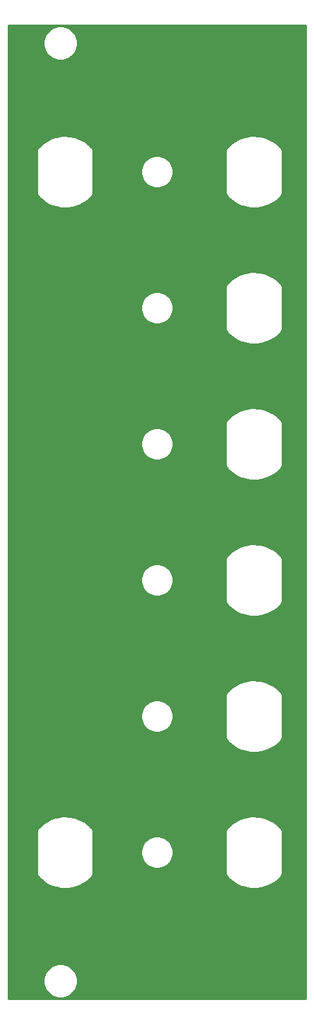
<source format=gbr>
G04 #@! TF.GenerationSoftware,KiCad,Pcbnew,(5.1.9)-1*
G04 #@! TF.CreationDate,2021-04-27T02:11:01+02:00*
G04 #@! TF.ProjectId,Clock Divider Front,436c6f63-6b20-4446-9976-696465722046,rev?*
G04 #@! TF.SameCoordinates,Original*
G04 #@! TF.FileFunction,Copper,L1,Top*
G04 #@! TF.FilePolarity,Positive*
%FSLAX46Y46*%
G04 Gerber Fmt 4.6, Leading zero omitted, Abs format (unit mm)*
G04 Created by KiCad (PCBNEW (5.1.9)-1) date 2021-04-27 02:11:01*
%MOMM*%
%LPD*%
G01*
G04 APERTURE LIST*
G04 #@! TA.AperFunction,NonConductor*
%ADD10C,0.254000*%
G04 #@! TD*
G04 #@! TA.AperFunction,NonConductor*
%ADD11C,0.100000*%
G04 #@! TD*
G04 APERTURE END LIST*
D10*
X39615001Y-127815000D02*
X685000Y-127815000D01*
X685000Y-125279872D01*
X5265000Y-125279872D01*
X5265000Y-125720128D01*
X5350890Y-126151925D01*
X5519369Y-126558669D01*
X5763962Y-126924729D01*
X6075271Y-127236038D01*
X6441331Y-127480631D01*
X6848075Y-127649110D01*
X7279872Y-127735000D01*
X7720128Y-127735000D01*
X8151925Y-127649110D01*
X8558669Y-127480631D01*
X8924729Y-127236038D01*
X9236038Y-126924729D01*
X9480631Y-126558669D01*
X9649110Y-126151925D01*
X9735000Y-125720128D01*
X9735000Y-125279872D01*
X9649110Y-124848075D01*
X9480631Y-124441331D01*
X9236038Y-124075271D01*
X8924729Y-123763962D01*
X8558669Y-123519369D01*
X8151925Y-123350890D01*
X7720128Y-123265000D01*
X7279872Y-123265000D01*
X6848075Y-123350890D01*
X6441331Y-123519369D01*
X6075271Y-123763962D01*
X5763962Y-124075271D01*
X5519369Y-124441331D01*
X5350890Y-124848075D01*
X5265000Y-125279872D01*
X685000Y-125279872D01*
X685000Y-111473628D01*
X4400000Y-111473628D01*
X4409912Y-111574264D01*
X4449081Y-111703387D01*
X4512688Y-111822388D01*
X4598289Y-111926692D01*
X4625351Y-111948902D01*
X4883356Y-112205110D01*
X4918527Y-112233795D01*
X4951820Y-112264631D01*
X4959477Y-112270361D01*
X5597663Y-112740982D01*
X5651005Y-112772788D01*
X5703864Y-112805315D01*
X5712486Y-112809446D01*
X5712490Y-112809449D01*
X5712495Y-112809451D01*
X6429932Y-113147148D01*
X6488366Y-113167963D01*
X6546606Y-113189629D01*
X6555869Y-113192008D01*
X7325241Y-113383924D01*
X7386649Y-113392999D01*
X7447945Y-113402933D01*
X7457494Y-113403469D01*
X8249490Y-113442291D01*
X8311512Y-113439264D01*
X8373548Y-113437104D01*
X8383019Y-113435775D01*
X9167474Y-113320025D01*
X9227716Y-113305012D01*
X9288162Y-113290841D01*
X9297194Y-113287697D01*
X10044225Y-113021784D01*
X10100420Y-112995348D01*
X10156947Y-112969714D01*
X10165197Y-112964875D01*
X10846351Y-112558927D01*
X10896345Y-112522077D01*
X10946811Y-112485955D01*
X10953964Y-112479606D01*
X11531662Y-111959560D01*
X11571710Y-111926693D01*
X11657312Y-111822389D01*
X11720919Y-111703388D01*
X11760088Y-111574265D01*
X11770000Y-111473629D01*
X11770000Y-111473628D01*
X29165000Y-111473628D01*
X29174912Y-111574264D01*
X29214081Y-111703387D01*
X29277688Y-111822388D01*
X29363289Y-111926692D01*
X29390351Y-111948902D01*
X29648356Y-112205110D01*
X29683527Y-112233795D01*
X29716820Y-112264631D01*
X29724477Y-112270361D01*
X30362663Y-112740982D01*
X30416005Y-112772788D01*
X30468864Y-112805315D01*
X30477486Y-112809446D01*
X30477490Y-112809449D01*
X30477495Y-112809451D01*
X31194932Y-113147148D01*
X31253366Y-113167963D01*
X31311606Y-113189629D01*
X31320869Y-113192008D01*
X32090241Y-113383924D01*
X32151649Y-113392999D01*
X32212945Y-113402933D01*
X32222494Y-113403469D01*
X33014490Y-113442291D01*
X33076512Y-113439264D01*
X33138548Y-113437104D01*
X33148019Y-113435775D01*
X33932474Y-113320025D01*
X33992716Y-113305012D01*
X34053162Y-113290841D01*
X34062194Y-113287697D01*
X34809225Y-113021784D01*
X34865420Y-112995348D01*
X34921947Y-112969714D01*
X34930197Y-112964875D01*
X35611351Y-112558927D01*
X35661345Y-112522077D01*
X35711811Y-112485955D01*
X35718964Y-112479606D01*
X36296662Y-111959560D01*
X36336710Y-111926693D01*
X36422312Y-111822389D01*
X36485919Y-111703388D01*
X36525088Y-111574265D01*
X36535000Y-111473629D01*
X36535000Y-105926371D01*
X36525088Y-105825735D01*
X36485919Y-105696612D01*
X36422312Y-105577611D01*
X36336711Y-105473307D01*
X36309640Y-105451090D01*
X36051644Y-105194889D01*
X36016470Y-105166202D01*
X35983181Y-105135369D01*
X35975523Y-105129639D01*
X35337337Y-104659019D01*
X35284037Y-104627238D01*
X35231137Y-104594686D01*
X35222512Y-104590552D01*
X34505068Y-104252852D01*
X34446623Y-104232034D01*
X34388394Y-104210371D01*
X34379131Y-104207992D01*
X33609759Y-104016076D01*
X33548351Y-104007001D01*
X33487055Y-103997067D01*
X33477506Y-103996531D01*
X32685510Y-103957709D01*
X32623488Y-103960736D01*
X32561452Y-103962896D01*
X32551981Y-103964225D01*
X31767527Y-104079975D01*
X31707293Y-104094986D01*
X31646838Y-104109159D01*
X31637806Y-104112303D01*
X30890775Y-104378216D01*
X30834580Y-104404652D01*
X30778053Y-104430286D01*
X30769803Y-104435125D01*
X30088649Y-104841073D01*
X30038677Y-104877907D01*
X29988189Y-104914045D01*
X29981036Y-104920394D01*
X29403338Y-105440440D01*
X29363290Y-105473307D01*
X29277689Y-105577611D01*
X29214082Y-105696612D01*
X29174913Y-105825735D01*
X29165001Y-105926371D01*
X29165000Y-111473628D01*
X11770000Y-111473628D01*
X11770000Y-108489721D01*
X18015000Y-108489721D01*
X18015000Y-108910279D01*
X18097047Y-109322756D01*
X18257988Y-109711302D01*
X18491637Y-110060983D01*
X18789017Y-110358363D01*
X19138698Y-110592012D01*
X19527244Y-110752953D01*
X19939721Y-110835000D01*
X20360279Y-110835000D01*
X20772756Y-110752953D01*
X21161302Y-110592012D01*
X21510983Y-110358363D01*
X21808363Y-110060983D01*
X22042012Y-109711302D01*
X22202953Y-109322756D01*
X22285000Y-108910279D01*
X22285000Y-108489721D01*
X22202953Y-108077244D01*
X22042012Y-107688698D01*
X21808363Y-107339017D01*
X21510983Y-107041637D01*
X21161302Y-106807988D01*
X20772756Y-106647047D01*
X20360279Y-106565000D01*
X19939721Y-106565000D01*
X19527244Y-106647047D01*
X19138698Y-106807988D01*
X18789017Y-107041637D01*
X18491637Y-107339017D01*
X18257988Y-107688698D01*
X18097047Y-108077244D01*
X18015000Y-108489721D01*
X11770000Y-108489721D01*
X11770000Y-105926371D01*
X11760088Y-105825735D01*
X11720919Y-105696612D01*
X11657312Y-105577611D01*
X11571711Y-105473307D01*
X11544640Y-105451090D01*
X11286644Y-105194889D01*
X11251470Y-105166202D01*
X11218181Y-105135369D01*
X11210523Y-105129639D01*
X10572337Y-104659019D01*
X10519037Y-104627238D01*
X10466137Y-104594686D01*
X10457512Y-104590552D01*
X9740068Y-104252852D01*
X9681623Y-104232034D01*
X9623394Y-104210371D01*
X9614131Y-104207992D01*
X8844759Y-104016076D01*
X8783351Y-104007001D01*
X8722055Y-103997067D01*
X8712506Y-103996531D01*
X7920510Y-103957709D01*
X7858488Y-103960736D01*
X7796452Y-103962896D01*
X7786981Y-103964225D01*
X7002527Y-104079975D01*
X6942293Y-104094986D01*
X6881838Y-104109159D01*
X6872806Y-104112303D01*
X6125775Y-104378216D01*
X6069580Y-104404652D01*
X6013053Y-104430286D01*
X6004803Y-104435125D01*
X5323649Y-104841073D01*
X5273677Y-104877907D01*
X5223189Y-104914045D01*
X5216036Y-104920394D01*
X4638338Y-105440440D01*
X4598290Y-105473307D01*
X4512689Y-105577611D01*
X4449082Y-105696612D01*
X4409913Y-105825735D01*
X4400001Y-105926371D01*
X4400000Y-111473628D01*
X685000Y-111473628D01*
X685000Y-93693628D01*
X29165000Y-93693628D01*
X29174912Y-93794264D01*
X29214081Y-93923387D01*
X29277688Y-94042388D01*
X29363289Y-94146692D01*
X29390351Y-94168902D01*
X29648356Y-94425110D01*
X29683527Y-94453795D01*
X29716820Y-94484631D01*
X29724477Y-94490361D01*
X30362663Y-94960982D01*
X30416005Y-94992788D01*
X30468864Y-95025315D01*
X30477486Y-95029446D01*
X30477490Y-95029449D01*
X30477495Y-95029451D01*
X31194932Y-95367148D01*
X31253366Y-95387963D01*
X31311606Y-95409629D01*
X31320869Y-95412008D01*
X32090241Y-95603924D01*
X32151649Y-95612999D01*
X32212945Y-95622933D01*
X32222494Y-95623469D01*
X33014490Y-95662291D01*
X33076512Y-95659264D01*
X33138548Y-95657104D01*
X33148019Y-95655775D01*
X33932474Y-95540025D01*
X33992716Y-95525012D01*
X34053162Y-95510841D01*
X34062194Y-95507697D01*
X34809225Y-95241784D01*
X34865420Y-95215348D01*
X34921947Y-95189714D01*
X34930197Y-95184875D01*
X35611351Y-94778927D01*
X35661345Y-94742077D01*
X35711811Y-94705955D01*
X35718964Y-94699606D01*
X36296662Y-94179560D01*
X36336710Y-94146693D01*
X36422312Y-94042389D01*
X36485919Y-93923388D01*
X36525088Y-93794265D01*
X36535000Y-93693629D01*
X36535000Y-88146371D01*
X36525088Y-88045735D01*
X36485919Y-87916612D01*
X36422312Y-87797611D01*
X36336711Y-87693307D01*
X36309640Y-87671090D01*
X36051644Y-87414889D01*
X36016470Y-87386202D01*
X35983181Y-87355369D01*
X35975523Y-87349639D01*
X35337337Y-86879019D01*
X35284037Y-86847238D01*
X35231137Y-86814686D01*
X35222512Y-86810552D01*
X34505068Y-86472852D01*
X34446623Y-86452034D01*
X34388394Y-86430371D01*
X34379131Y-86427992D01*
X33609759Y-86236076D01*
X33548351Y-86227001D01*
X33487055Y-86217067D01*
X33477506Y-86216531D01*
X32685510Y-86177709D01*
X32623488Y-86180736D01*
X32561452Y-86182896D01*
X32551981Y-86184225D01*
X31767527Y-86299975D01*
X31707293Y-86314986D01*
X31646838Y-86329159D01*
X31637806Y-86332303D01*
X30890775Y-86598216D01*
X30834580Y-86624652D01*
X30778053Y-86650286D01*
X30769803Y-86655125D01*
X30088649Y-87061073D01*
X30038677Y-87097907D01*
X29988189Y-87134045D01*
X29981036Y-87140394D01*
X29403338Y-87660440D01*
X29363290Y-87693307D01*
X29277689Y-87797611D01*
X29214082Y-87916612D01*
X29174913Y-88045735D01*
X29165001Y-88146371D01*
X29165000Y-93693628D01*
X685000Y-93693628D01*
X685000Y-90709721D01*
X18015000Y-90709721D01*
X18015000Y-91130279D01*
X18097047Y-91542756D01*
X18257988Y-91931302D01*
X18491637Y-92280983D01*
X18789017Y-92578363D01*
X19138698Y-92812012D01*
X19527244Y-92972953D01*
X19939721Y-93055000D01*
X20360279Y-93055000D01*
X20772756Y-92972953D01*
X21161302Y-92812012D01*
X21510983Y-92578363D01*
X21808363Y-92280983D01*
X22042012Y-91931302D01*
X22202953Y-91542756D01*
X22285000Y-91130279D01*
X22285000Y-90709721D01*
X22202953Y-90297244D01*
X22042012Y-89908698D01*
X21808363Y-89559017D01*
X21510983Y-89261637D01*
X21161302Y-89027988D01*
X20772756Y-88867047D01*
X20360279Y-88785000D01*
X19939721Y-88785000D01*
X19527244Y-88867047D01*
X19138698Y-89027988D01*
X18789017Y-89261637D01*
X18491637Y-89559017D01*
X18257988Y-89908698D01*
X18097047Y-90297244D01*
X18015000Y-90709721D01*
X685000Y-90709721D01*
X685000Y-75913628D01*
X29165000Y-75913628D01*
X29174912Y-76014264D01*
X29214081Y-76143387D01*
X29277688Y-76262388D01*
X29363289Y-76366692D01*
X29390351Y-76388902D01*
X29648356Y-76645110D01*
X29683527Y-76673795D01*
X29716820Y-76704631D01*
X29724477Y-76710361D01*
X30362663Y-77180982D01*
X30416005Y-77212788D01*
X30468864Y-77245315D01*
X30477486Y-77249446D01*
X30477490Y-77249449D01*
X30477495Y-77249451D01*
X31194932Y-77587148D01*
X31253366Y-77607963D01*
X31311606Y-77629629D01*
X31320869Y-77632008D01*
X32090241Y-77823924D01*
X32151649Y-77832999D01*
X32212945Y-77842933D01*
X32222494Y-77843469D01*
X33014490Y-77882291D01*
X33076512Y-77879264D01*
X33138548Y-77877104D01*
X33148019Y-77875775D01*
X33932474Y-77760025D01*
X33992716Y-77745012D01*
X34053162Y-77730841D01*
X34062194Y-77727697D01*
X34809225Y-77461784D01*
X34865420Y-77435348D01*
X34921947Y-77409714D01*
X34930197Y-77404875D01*
X35611351Y-76998927D01*
X35661345Y-76962077D01*
X35711811Y-76925955D01*
X35718964Y-76919606D01*
X36296662Y-76399560D01*
X36336710Y-76366693D01*
X36422312Y-76262389D01*
X36485919Y-76143388D01*
X36525088Y-76014265D01*
X36535000Y-75913629D01*
X36535000Y-70366371D01*
X36525088Y-70265735D01*
X36485919Y-70136612D01*
X36422312Y-70017611D01*
X36336711Y-69913307D01*
X36309640Y-69891090D01*
X36051644Y-69634889D01*
X36016470Y-69606202D01*
X35983181Y-69575369D01*
X35975523Y-69569639D01*
X35337337Y-69099019D01*
X35284037Y-69067238D01*
X35231137Y-69034686D01*
X35222512Y-69030552D01*
X34505068Y-68692852D01*
X34446623Y-68672034D01*
X34388394Y-68650371D01*
X34379131Y-68647992D01*
X33609759Y-68456076D01*
X33548351Y-68447001D01*
X33487055Y-68437067D01*
X33477506Y-68436531D01*
X32685510Y-68397709D01*
X32623488Y-68400736D01*
X32561452Y-68402896D01*
X32551981Y-68404225D01*
X31767527Y-68519975D01*
X31707293Y-68534986D01*
X31646838Y-68549159D01*
X31637806Y-68552303D01*
X30890775Y-68818216D01*
X30834580Y-68844652D01*
X30778053Y-68870286D01*
X30769803Y-68875125D01*
X30088649Y-69281073D01*
X30038677Y-69317907D01*
X29988189Y-69354045D01*
X29981036Y-69360394D01*
X29403338Y-69880440D01*
X29363290Y-69913307D01*
X29277689Y-70017611D01*
X29214082Y-70136612D01*
X29174913Y-70265735D01*
X29165001Y-70366371D01*
X29165000Y-75913628D01*
X685000Y-75913628D01*
X685000Y-72929721D01*
X18015000Y-72929721D01*
X18015000Y-73350279D01*
X18097047Y-73762756D01*
X18257988Y-74151302D01*
X18491637Y-74500983D01*
X18789017Y-74798363D01*
X19138698Y-75032012D01*
X19527244Y-75192953D01*
X19939721Y-75275000D01*
X20360279Y-75275000D01*
X20772756Y-75192953D01*
X21161302Y-75032012D01*
X21510983Y-74798363D01*
X21808363Y-74500983D01*
X22042012Y-74151302D01*
X22202953Y-73762756D01*
X22285000Y-73350279D01*
X22285000Y-72929721D01*
X22202953Y-72517244D01*
X22042012Y-72128698D01*
X21808363Y-71779017D01*
X21510983Y-71481637D01*
X21161302Y-71247988D01*
X20772756Y-71087047D01*
X20360279Y-71005000D01*
X19939721Y-71005000D01*
X19527244Y-71087047D01*
X19138698Y-71247988D01*
X18789017Y-71481637D01*
X18491637Y-71779017D01*
X18257988Y-72128698D01*
X18097047Y-72517244D01*
X18015000Y-72929721D01*
X685000Y-72929721D01*
X685000Y-58133628D01*
X29165000Y-58133628D01*
X29174912Y-58234264D01*
X29214081Y-58363387D01*
X29277688Y-58482388D01*
X29363289Y-58586692D01*
X29390351Y-58608902D01*
X29648356Y-58865110D01*
X29683527Y-58893795D01*
X29716820Y-58924631D01*
X29724477Y-58930361D01*
X30362663Y-59400982D01*
X30416005Y-59432788D01*
X30468864Y-59465315D01*
X30477486Y-59469446D01*
X30477490Y-59469449D01*
X30477495Y-59469451D01*
X31194932Y-59807148D01*
X31253366Y-59827963D01*
X31311606Y-59849629D01*
X31320869Y-59852008D01*
X32090241Y-60043924D01*
X32151649Y-60052999D01*
X32212945Y-60062933D01*
X32222494Y-60063469D01*
X33014490Y-60102291D01*
X33076512Y-60099264D01*
X33138548Y-60097104D01*
X33148019Y-60095775D01*
X33932474Y-59980025D01*
X33992716Y-59965012D01*
X34053162Y-59950841D01*
X34062194Y-59947697D01*
X34809225Y-59681784D01*
X34865420Y-59655348D01*
X34921947Y-59629714D01*
X34930197Y-59624875D01*
X35611351Y-59218927D01*
X35661345Y-59182077D01*
X35711811Y-59145955D01*
X35718964Y-59139606D01*
X36296662Y-58619560D01*
X36336710Y-58586693D01*
X36422312Y-58482389D01*
X36485919Y-58363388D01*
X36525088Y-58234265D01*
X36535000Y-58133629D01*
X36535000Y-52586371D01*
X36525088Y-52485735D01*
X36485919Y-52356612D01*
X36422312Y-52237611D01*
X36336711Y-52133307D01*
X36309640Y-52111090D01*
X36051644Y-51854889D01*
X36016470Y-51826202D01*
X35983181Y-51795369D01*
X35975523Y-51789639D01*
X35337337Y-51319019D01*
X35284037Y-51287238D01*
X35231137Y-51254686D01*
X35222512Y-51250552D01*
X34505068Y-50912852D01*
X34446623Y-50892034D01*
X34388394Y-50870371D01*
X34379131Y-50867992D01*
X33609759Y-50676076D01*
X33548351Y-50667001D01*
X33487055Y-50657067D01*
X33477506Y-50656531D01*
X32685510Y-50617709D01*
X32623488Y-50620736D01*
X32561452Y-50622896D01*
X32551981Y-50624225D01*
X31767527Y-50739975D01*
X31707293Y-50754986D01*
X31646838Y-50769159D01*
X31637806Y-50772303D01*
X30890775Y-51038216D01*
X30834580Y-51064652D01*
X30778053Y-51090286D01*
X30769803Y-51095125D01*
X30088649Y-51501073D01*
X30038677Y-51537907D01*
X29988189Y-51574045D01*
X29981036Y-51580394D01*
X29403338Y-52100440D01*
X29363290Y-52133307D01*
X29277689Y-52237611D01*
X29214082Y-52356612D01*
X29174913Y-52485735D01*
X29165001Y-52586371D01*
X29165000Y-58133628D01*
X685000Y-58133628D01*
X685000Y-55149721D01*
X18015000Y-55149721D01*
X18015000Y-55570279D01*
X18097047Y-55982756D01*
X18257988Y-56371302D01*
X18491637Y-56720983D01*
X18789017Y-57018363D01*
X19138698Y-57252012D01*
X19527244Y-57412953D01*
X19939721Y-57495000D01*
X20360279Y-57495000D01*
X20772756Y-57412953D01*
X21161302Y-57252012D01*
X21510983Y-57018363D01*
X21808363Y-56720983D01*
X22042012Y-56371302D01*
X22202953Y-55982756D01*
X22285000Y-55570279D01*
X22285000Y-55149721D01*
X22202953Y-54737244D01*
X22042012Y-54348698D01*
X21808363Y-53999017D01*
X21510983Y-53701637D01*
X21161302Y-53467988D01*
X20772756Y-53307047D01*
X20360279Y-53225000D01*
X19939721Y-53225000D01*
X19527244Y-53307047D01*
X19138698Y-53467988D01*
X18789017Y-53701637D01*
X18491637Y-53999017D01*
X18257988Y-54348698D01*
X18097047Y-54737244D01*
X18015000Y-55149721D01*
X685000Y-55149721D01*
X685000Y-40353628D01*
X29165000Y-40353628D01*
X29174912Y-40454264D01*
X29214081Y-40583387D01*
X29277688Y-40702388D01*
X29363289Y-40806692D01*
X29390351Y-40828902D01*
X29648356Y-41085110D01*
X29683527Y-41113795D01*
X29716820Y-41144631D01*
X29724477Y-41150361D01*
X30362663Y-41620982D01*
X30416005Y-41652788D01*
X30468864Y-41685315D01*
X30477486Y-41689446D01*
X30477490Y-41689449D01*
X30477495Y-41689451D01*
X31194932Y-42027148D01*
X31253366Y-42047963D01*
X31311606Y-42069629D01*
X31320869Y-42072008D01*
X32090241Y-42263924D01*
X32151649Y-42272999D01*
X32212945Y-42282933D01*
X32222494Y-42283469D01*
X33014490Y-42322291D01*
X33076512Y-42319264D01*
X33138548Y-42317104D01*
X33148019Y-42315775D01*
X33932474Y-42200025D01*
X33992716Y-42185012D01*
X34053162Y-42170841D01*
X34062194Y-42167697D01*
X34809225Y-41901784D01*
X34865420Y-41875348D01*
X34921947Y-41849714D01*
X34930197Y-41844875D01*
X35611351Y-41438927D01*
X35661345Y-41402077D01*
X35711811Y-41365955D01*
X35718964Y-41359606D01*
X36296662Y-40839560D01*
X36336710Y-40806693D01*
X36422312Y-40702389D01*
X36485919Y-40583388D01*
X36525088Y-40454265D01*
X36535000Y-40353629D01*
X36535000Y-34806371D01*
X36525088Y-34705735D01*
X36485919Y-34576612D01*
X36422312Y-34457611D01*
X36336711Y-34353307D01*
X36309640Y-34331090D01*
X36051644Y-34074889D01*
X36016470Y-34046202D01*
X35983181Y-34015369D01*
X35975523Y-34009639D01*
X35337337Y-33539019D01*
X35284037Y-33507238D01*
X35231137Y-33474686D01*
X35222512Y-33470552D01*
X34505068Y-33132852D01*
X34446623Y-33112034D01*
X34388394Y-33090371D01*
X34379131Y-33087992D01*
X33609759Y-32896076D01*
X33548351Y-32887001D01*
X33487055Y-32877067D01*
X33477506Y-32876531D01*
X32685510Y-32837709D01*
X32623488Y-32840736D01*
X32561452Y-32842896D01*
X32551981Y-32844225D01*
X31767527Y-32959975D01*
X31707293Y-32974986D01*
X31646838Y-32989159D01*
X31637806Y-32992303D01*
X30890775Y-33258216D01*
X30834580Y-33284652D01*
X30778053Y-33310286D01*
X30769803Y-33315125D01*
X30088649Y-33721073D01*
X30038677Y-33757907D01*
X29988189Y-33794045D01*
X29981036Y-33800394D01*
X29403338Y-34320440D01*
X29363290Y-34353307D01*
X29277689Y-34457611D01*
X29214082Y-34576612D01*
X29174913Y-34705735D01*
X29165001Y-34806371D01*
X29165000Y-40353628D01*
X685000Y-40353628D01*
X685000Y-37369721D01*
X18015000Y-37369721D01*
X18015000Y-37790279D01*
X18097047Y-38202756D01*
X18257988Y-38591302D01*
X18491637Y-38940983D01*
X18789017Y-39238363D01*
X19138698Y-39472012D01*
X19527244Y-39632953D01*
X19939721Y-39715000D01*
X20360279Y-39715000D01*
X20772756Y-39632953D01*
X21161302Y-39472012D01*
X21510983Y-39238363D01*
X21808363Y-38940983D01*
X22042012Y-38591302D01*
X22202953Y-38202756D01*
X22285000Y-37790279D01*
X22285000Y-37369721D01*
X22202953Y-36957244D01*
X22042012Y-36568698D01*
X21808363Y-36219017D01*
X21510983Y-35921637D01*
X21161302Y-35687988D01*
X20772756Y-35527047D01*
X20360279Y-35445000D01*
X19939721Y-35445000D01*
X19527244Y-35527047D01*
X19138698Y-35687988D01*
X18789017Y-35921637D01*
X18491637Y-36219017D01*
X18257988Y-36568698D01*
X18097047Y-36957244D01*
X18015000Y-37369721D01*
X685000Y-37369721D01*
X685000Y-22573628D01*
X4400000Y-22573628D01*
X4409912Y-22674264D01*
X4449081Y-22803387D01*
X4512688Y-22922388D01*
X4598289Y-23026692D01*
X4625351Y-23048902D01*
X4883356Y-23305110D01*
X4918527Y-23333795D01*
X4951820Y-23364631D01*
X4959477Y-23370361D01*
X5597663Y-23840982D01*
X5651005Y-23872788D01*
X5703864Y-23905315D01*
X5712486Y-23909446D01*
X5712490Y-23909449D01*
X5712495Y-23909451D01*
X6429932Y-24247148D01*
X6488366Y-24267963D01*
X6546606Y-24289629D01*
X6555869Y-24292008D01*
X7325241Y-24483924D01*
X7386649Y-24492999D01*
X7447945Y-24502933D01*
X7457494Y-24503469D01*
X8249490Y-24542291D01*
X8311512Y-24539264D01*
X8373548Y-24537104D01*
X8383019Y-24535775D01*
X9167474Y-24420025D01*
X9227716Y-24405012D01*
X9288162Y-24390841D01*
X9297194Y-24387697D01*
X10044225Y-24121784D01*
X10100420Y-24095348D01*
X10156947Y-24069714D01*
X10165197Y-24064875D01*
X10846351Y-23658927D01*
X10896345Y-23622077D01*
X10946811Y-23585955D01*
X10953964Y-23579606D01*
X11531662Y-23059560D01*
X11571710Y-23026693D01*
X11657312Y-22922389D01*
X11720919Y-22803388D01*
X11760088Y-22674265D01*
X11770000Y-22573629D01*
X11770000Y-22573628D01*
X29165000Y-22573628D01*
X29174912Y-22674264D01*
X29214081Y-22803387D01*
X29277688Y-22922388D01*
X29363289Y-23026692D01*
X29390351Y-23048902D01*
X29648356Y-23305110D01*
X29683527Y-23333795D01*
X29716820Y-23364631D01*
X29724477Y-23370361D01*
X30362663Y-23840982D01*
X30416005Y-23872788D01*
X30468864Y-23905315D01*
X30477486Y-23909446D01*
X30477490Y-23909449D01*
X30477495Y-23909451D01*
X31194932Y-24247148D01*
X31253366Y-24267963D01*
X31311606Y-24289629D01*
X31320869Y-24292008D01*
X32090241Y-24483924D01*
X32151649Y-24492999D01*
X32212945Y-24502933D01*
X32222494Y-24503469D01*
X33014490Y-24542291D01*
X33076512Y-24539264D01*
X33138548Y-24537104D01*
X33148019Y-24535775D01*
X33932474Y-24420025D01*
X33992716Y-24405012D01*
X34053162Y-24390841D01*
X34062194Y-24387697D01*
X34809225Y-24121784D01*
X34865420Y-24095348D01*
X34921947Y-24069714D01*
X34930197Y-24064875D01*
X35611351Y-23658927D01*
X35661345Y-23622077D01*
X35711811Y-23585955D01*
X35718964Y-23579606D01*
X36296662Y-23059560D01*
X36336710Y-23026693D01*
X36422312Y-22922389D01*
X36485919Y-22803388D01*
X36525088Y-22674265D01*
X36535000Y-22573629D01*
X36535000Y-17026371D01*
X36525088Y-16925735D01*
X36485919Y-16796612D01*
X36422312Y-16677611D01*
X36336711Y-16573307D01*
X36309640Y-16551090D01*
X36051644Y-16294889D01*
X36016470Y-16266202D01*
X35983181Y-16235369D01*
X35975523Y-16229639D01*
X35337337Y-15759019D01*
X35284037Y-15727238D01*
X35231137Y-15694686D01*
X35222512Y-15690552D01*
X34505068Y-15352852D01*
X34446623Y-15332034D01*
X34388394Y-15310371D01*
X34379131Y-15307992D01*
X33609759Y-15116076D01*
X33548351Y-15107001D01*
X33487055Y-15097067D01*
X33477506Y-15096531D01*
X32685510Y-15057709D01*
X32623488Y-15060736D01*
X32561452Y-15062896D01*
X32551981Y-15064225D01*
X31767527Y-15179975D01*
X31707293Y-15194986D01*
X31646838Y-15209159D01*
X31637806Y-15212303D01*
X30890775Y-15478216D01*
X30834580Y-15504652D01*
X30778053Y-15530286D01*
X30769803Y-15535125D01*
X30088649Y-15941073D01*
X30038677Y-15977907D01*
X29988189Y-16014045D01*
X29981036Y-16020394D01*
X29403338Y-16540440D01*
X29363290Y-16573307D01*
X29277689Y-16677611D01*
X29214082Y-16796612D01*
X29174913Y-16925735D01*
X29165001Y-17026371D01*
X29165000Y-22573628D01*
X11770000Y-22573628D01*
X11770000Y-19589721D01*
X18015000Y-19589721D01*
X18015000Y-20010279D01*
X18097047Y-20422756D01*
X18257988Y-20811302D01*
X18491637Y-21160983D01*
X18789017Y-21458363D01*
X19138698Y-21692012D01*
X19527244Y-21852953D01*
X19939721Y-21935000D01*
X20360279Y-21935000D01*
X20772756Y-21852953D01*
X21161302Y-21692012D01*
X21510983Y-21458363D01*
X21808363Y-21160983D01*
X22042012Y-20811302D01*
X22202953Y-20422756D01*
X22285000Y-20010279D01*
X22285000Y-19589721D01*
X22202953Y-19177244D01*
X22042012Y-18788698D01*
X21808363Y-18439017D01*
X21510983Y-18141637D01*
X21161302Y-17907988D01*
X20772756Y-17747047D01*
X20360279Y-17665000D01*
X19939721Y-17665000D01*
X19527244Y-17747047D01*
X19138698Y-17907988D01*
X18789017Y-18141637D01*
X18491637Y-18439017D01*
X18257988Y-18788698D01*
X18097047Y-19177244D01*
X18015000Y-19589721D01*
X11770000Y-19589721D01*
X11770000Y-17026371D01*
X11760088Y-16925735D01*
X11720919Y-16796612D01*
X11657312Y-16677611D01*
X11571711Y-16573307D01*
X11544640Y-16551090D01*
X11286644Y-16294889D01*
X11251470Y-16266202D01*
X11218181Y-16235369D01*
X11210523Y-16229639D01*
X10572337Y-15759019D01*
X10519037Y-15727238D01*
X10466137Y-15694686D01*
X10457512Y-15690552D01*
X9740068Y-15352852D01*
X9681623Y-15332034D01*
X9623394Y-15310371D01*
X9614131Y-15307992D01*
X8844759Y-15116076D01*
X8783351Y-15107001D01*
X8722055Y-15097067D01*
X8712506Y-15096531D01*
X7920510Y-15057709D01*
X7858488Y-15060736D01*
X7796452Y-15062896D01*
X7786981Y-15064225D01*
X7002527Y-15179975D01*
X6942293Y-15194986D01*
X6881838Y-15209159D01*
X6872806Y-15212303D01*
X6125775Y-15478216D01*
X6069580Y-15504652D01*
X6013053Y-15530286D01*
X6004803Y-15535125D01*
X5323649Y-15941073D01*
X5273677Y-15977907D01*
X5223189Y-16014045D01*
X5216036Y-16020394D01*
X4638338Y-16540440D01*
X4598290Y-16573307D01*
X4512689Y-16677611D01*
X4449082Y-16796612D01*
X4409913Y-16925735D01*
X4400001Y-17026371D01*
X4400000Y-22573628D01*
X685000Y-22573628D01*
X685000Y-2779872D01*
X5265000Y-2779872D01*
X5265000Y-3220128D01*
X5350890Y-3651925D01*
X5519369Y-4058669D01*
X5763962Y-4424729D01*
X6075271Y-4736038D01*
X6441331Y-4980631D01*
X6848075Y-5149110D01*
X7279872Y-5235000D01*
X7720128Y-5235000D01*
X8151925Y-5149110D01*
X8558669Y-4980631D01*
X8924729Y-4736038D01*
X9236038Y-4424729D01*
X9480631Y-4058669D01*
X9649110Y-3651925D01*
X9735000Y-3220128D01*
X9735000Y-2779872D01*
X9649110Y-2348075D01*
X9480631Y-1941331D01*
X9236038Y-1575271D01*
X8924729Y-1263962D01*
X8558669Y-1019369D01*
X8151925Y-850890D01*
X7720128Y-765000D01*
X7279872Y-765000D01*
X6848075Y-850890D01*
X6441331Y-1019369D01*
X6075271Y-1263962D01*
X5763962Y-1575271D01*
X5519369Y-1941331D01*
X5350890Y-2348075D01*
X5265000Y-2779872D01*
X685000Y-2779872D01*
X685000Y-685000D01*
X39615000Y-685000D01*
X39615001Y-127815000D01*
G04 #@! TA.AperFunction,NonConductor*
D11*
G36*
X39615001Y-127815000D02*
G01*
X685000Y-127815000D01*
X685000Y-125279872D01*
X5265000Y-125279872D01*
X5265000Y-125720128D01*
X5350890Y-126151925D01*
X5519369Y-126558669D01*
X5763962Y-126924729D01*
X6075271Y-127236038D01*
X6441331Y-127480631D01*
X6848075Y-127649110D01*
X7279872Y-127735000D01*
X7720128Y-127735000D01*
X8151925Y-127649110D01*
X8558669Y-127480631D01*
X8924729Y-127236038D01*
X9236038Y-126924729D01*
X9480631Y-126558669D01*
X9649110Y-126151925D01*
X9735000Y-125720128D01*
X9735000Y-125279872D01*
X9649110Y-124848075D01*
X9480631Y-124441331D01*
X9236038Y-124075271D01*
X8924729Y-123763962D01*
X8558669Y-123519369D01*
X8151925Y-123350890D01*
X7720128Y-123265000D01*
X7279872Y-123265000D01*
X6848075Y-123350890D01*
X6441331Y-123519369D01*
X6075271Y-123763962D01*
X5763962Y-124075271D01*
X5519369Y-124441331D01*
X5350890Y-124848075D01*
X5265000Y-125279872D01*
X685000Y-125279872D01*
X685000Y-111473628D01*
X4400000Y-111473628D01*
X4409912Y-111574264D01*
X4449081Y-111703387D01*
X4512688Y-111822388D01*
X4598289Y-111926692D01*
X4625351Y-111948902D01*
X4883356Y-112205110D01*
X4918527Y-112233795D01*
X4951820Y-112264631D01*
X4959477Y-112270361D01*
X5597663Y-112740982D01*
X5651005Y-112772788D01*
X5703864Y-112805315D01*
X5712486Y-112809446D01*
X5712490Y-112809449D01*
X5712495Y-112809451D01*
X6429932Y-113147148D01*
X6488366Y-113167963D01*
X6546606Y-113189629D01*
X6555869Y-113192008D01*
X7325241Y-113383924D01*
X7386649Y-113392999D01*
X7447945Y-113402933D01*
X7457494Y-113403469D01*
X8249490Y-113442291D01*
X8311512Y-113439264D01*
X8373548Y-113437104D01*
X8383019Y-113435775D01*
X9167474Y-113320025D01*
X9227716Y-113305012D01*
X9288162Y-113290841D01*
X9297194Y-113287697D01*
X10044225Y-113021784D01*
X10100420Y-112995348D01*
X10156947Y-112969714D01*
X10165197Y-112964875D01*
X10846351Y-112558927D01*
X10896345Y-112522077D01*
X10946811Y-112485955D01*
X10953964Y-112479606D01*
X11531662Y-111959560D01*
X11571710Y-111926693D01*
X11657312Y-111822389D01*
X11720919Y-111703388D01*
X11760088Y-111574265D01*
X11770000Y-111473629D01*
X11770000Y-111473628D01*
X29165000Y-111473628D01*
X29174912Y-111574264D01*
X29214081Y-111703387D01*
X29277688Y-111822388D01*
X29363289Y-111926692D01*
X29390351Y-111948902D01*
X29648356Y-112205110D01*
X29683527Y-112233795D01*
X29716820Y-112264631D01*
X29724477Y-112270361D01*
X30362663Y-112740982D01*
X30416005Y-112772788D01*
X30468864Y-112805315D01*
X30477486Y-112809446D01*
X30477490Y-112809449D01*
X30477495Y-112809451D01*
X31194932Y-113147148D01*
X31253366Y-113167963D01*
X31311606Y-113189629D01*
X31320869Y-113192008D01*
X32090241Y-113383924D01*
X32151649Y-113392999D01*
X32212945Y-113402933D01*
X32222494Y-113403469D01*
X33014490Y-113442291D01*
X33076512Y-113439264D01*
X33138548Y-113437104D01*
X33148019Y-113435775D01*
X33932474Y-113320025D01*
X33992716Y-113305012D01*
X34053162Y-113290841D01*
X34062194Y-113287697D01*
X34809225Y-113021784D01*
X34865420Y-112995348D01*
X34921947Y-112969714D01*
X34930197Y-112964875D01*
X35611351Y-112558927D01*
X35661345Y-112522077D01*
X35711811Y-112485955D01*
X35718964Y-112479606D01*
X36296662Y-111959560D01*
X36336710Y-111926693D01*
X36422312Y-111822389D01*
X36485919Y-111703388D01*
X36525088Y-111574265D01*
X36535000Y-111473629D01*
X36535000Y-105926371D01*
X36525088Y-105825735D01*
X36485919Y-105696612D01*
X36422312Y-105577611D01*
X36336711Y-105473307D01*
X36309640Y-105451090D01*
X36051644Y-105194889D01*
X36016470Y-105166202D01*
X35983181Y-105135369D01*
X35975523Y-105129639D01*
X35337337Y-104659019D01*
X35284037Y-104627238D01*
X35231137Y-104594686D01*
X35222512Y-104590552D01*
X34505068Y-104252852D01*
X34446623Y-104232034D01*
X34388394Y-104210371D01*
X34379131Y-104207992D01*
X33609759Y-104016076D01*
X33548351Y-104007001D01*
X33487055Y-103997067D01*
X33477506Y-103996531D01*
X32685510Y-103957709D01*
X32623488Y-103960736D01*
X32561452Y-103962896D01*
X32551981Y-103964225D01*
X31767527Y-104079975D01*
X31707293Y-104094986D01*
X31646838Y-104109159D01*
X31637806Y-104112303D01*
X30890775Y-104378216D01*
X30834580Y-104404652D01*
X30778053Y-104430286D01*
X30769803Y-104435125D01*
X30088649Y-104841073D01*
X30038677Y-104877907D01*
X29988189Y-104914045D01*
X29981036Y-104920394D01*
X29403338Y-105440440D01*
X29363290Y-105473307D01*
X29277689Y-105577611D01*
X29214082Y-105696612D01*
X29174913Y-105825735D01*
X29165001Y-105926371D01*
X29165000Y-111473628D01*
X11770000Y-111473628D01*
X11770000Y-108489721D01*
X18015000Y-108489721D01*
X18015000Y-108910279D01*
X18097047Y-109322756D01*
X18257988Y-109711302D01*
X18491637Y-110060983D01*
X18789017Y-110358363D01*
X19138698Y-110592012D01*
X19527244Y-110752953D01*
X19939721Y-110835000D01*
X20360279Y-110835000D01*
X20772756Y-110752953D01*
X21161302Y-110592012D01*
X21510983Y-110358363D01*
X21808363Y-110060983D01*
X22042012Y-109711302D01*
X22202953Y-109322756D01*
X22285000Y-108910279D01*
X22285000Y-108489721D01*
X22202953Y-108077244D01*
X22042012Y-107688698D01*
X21808363Y-107339017D01*
X21510983Y-107041637D01*
X21161302Y-106807988D01*
X20772756Y-106647047D01*
X20360279Y-106565000D01*
X19939721Y-106565000D01*
X19527244Y-106647047D01*
X19138698Y-106807988D01*
X18789017Y-107041637D01*
X18491637Y-107339017D01*
X18257988Y-107688698D01*
X18097047Y-108077244D01*
X18015000Y-108489721D01*
X11770000Y-108489721D01*
X11770000Y-105926371D01*
X11760088Y-105825735D01*
X11720919Y-105696612D01*
X11657312Y-105577611D01*
X11571711Y-105473307D01*
X11544640Y-105451090D01*
X11286644Y-105194889D01*
X11251470Y-105166202D01*
X11218181Y-105135369D01*
X11210523Y-105129639D01*
X10572337Y-104659019D01*
X10519037Y-104627238D01*
X10466137Y-104594686D01*
X10457512Y-104590552D01*
X9740068Y-104252852D01*
X9681623Y-104232034D01*
X9623394Y-104210371D01*
X9614131Y-104207992D01*
X8844759Y-104016076D01*
X8783351Y-104007001D01*
X8722055Y-103997067D01*
X8712506Y-103996531D01*
X7920510Y-103957709D01*
X7858488Y-103960736D01*
X7796452Y-103962896D01*
X7786981Y-103964225D01*
X7002527Y-104079975D01*
X6942293Y-104094986D01*
X6881838Y-104109159D01*
X6872806Y-104112303D01*
X6125775Y-104378216D01*
X6069580Y-104404652D01*
X6013053Y-104430286D01*
X6004803Y-104435125D01*
X5323649Y-104841073D01*
X5273677Y-104877907D01*
X5223189Y-104914045D01*
X5216036Y-104920394D01*
X4638338Y-105440440D01*
X4598290Y-105473307D01*
X4512689Y-105577611D01*
X4449082Y-105696612D01*
X4409913Y-105825735D01*
X4400001Y-105926371D01*
X4400000Y-111473628D01*
X685000Y-111473628D01*
X685000Y-93693628D01*
X29165000Y-93693628D01*
X29174912Y-93794264D01*
X29214081Y-93923387D01*
X29277688Y-94042388D01*
X29363289Y-94146692D01*
X29390351Y-94168902D01*
X29648356Y-94425110D01*
X29683527Y-94453795D01*
X29716820Y-94484631D01*
X29724477Y-94490361D01*
X30362663Y-94960982D01*
X30416005Y-94992788D01*
X30468864Y-95025315D01*
X30477486Y-95029446D01*
X30477490Y-95029449D01*
X30477495Y-95029451D01*
X31194932Y-95367148D01*
X31253366Y-95387963D01*
X31311606Y-95409629D01*
X31320869Y-95412008D01*
X32090241Y-95603924D01*
X32151649Y-95612999D01*
X32212945Y-95622933D01*
X32222494Y-95623469D01*
X33014490Y-95662291D01*
X33076512Y-95659264D01*
X33138548Y-95657104D01*
X33148019Y-95655775D01*
X33932474Y-95540025D01*
X33992716Y-95525012D01*
X34053162Y-95510841D01*
X34062194Y-95507697D01*
X34809225Y-95241784D01*
X34865420Y-95215348D01*
X34921947Y-95189714D01*
X34930197Y-95184875D01*
X35611351Y-94778927D01*
X35661345Y-94742077D01*
X35711811Y-94705955D01*
X35718964Y-94699606D01*
X36296662Y-94179560D01*
X36336710Y-94146693D01*
X36422312Y-94042389D01*
X36485919Y-93923388D01*
X36525088Y-93794265D01*
X36535000Y-93693629D01*
X36535000Y-88146371D01*
X36525088Y-88045735D01*
X36485919Y-87916612D01*
X36422312Y-87797611D01*
X36336711Y-87693307D01*
X36309640Y-87671090D01*
X36051644Y-87414889D01*
X36016470Y-87386202D01*
X35983181Y-87355369D01*
X35975523Y-87349639D01*
X35337337Y-86879019D01*
X35284037Y-86847238D01*
X35231137Y-86814686D01*
X35222512Y-86810552D01*
X34505068Y-86472852D01*
X34446623Y-86452034D01*
X34388394Y-86430371D01*
X34379131Y-86427992D01*
X33609759Y-86236076D01*
X33548351Y-86227001D01*
X33487055Y-86217067D01*
X33477506Y-86216531D01*
X32685510Y-86177709D01*
X32623488Y-86180736D01*
X32561452Y-86182896D01*
X32551981Y-86184225D01*
X31767527Y-86299975D01*
X31707293Y-86314986D01*
X31646838Y-86329159D01*
X31637806Y-86332303D01*
X30890775Y-86598216D01*
X30834580Y-86624652D01*
X30778053Y-86650286D01*
X30769803Y-86655125D01*
X30088649Y-87061073D01*
X30038677Y-87097907D01*
X29988189Y-87134045D01*
X29981036Y-87140394D01*
X29403338Y-87660440D01*
X29363290Y-87693307D01*
X29277689Y-87797611D01*
X29214082Y-87916612D01*
X29174913Y-88045735D01*
X29165001Y-88146371D01*
X29165000Y-93693628D01*
X685000Y-93693628D01*
X685000Y-90709721D01*
X18015000Y-90709721D01*
X18015000Y-91130279D01*
X18097047Y-91542756D01*
X18257988Y-91931302D01*
X18491637Y-92280983D01*
X18789017Y-92578363D01*
X19138698Y-92812012D01*
X19527244Y-92972953D01*
X19939721Y-93055000D01*
X20360279Y-93055000D01*
X20772756Y-92972953D01*
X21161302Y-92812012D01*
X21510983Y-92578363D01*
X21808363Y-92280983D01*
X22042012Y-91931302D01*
X22202953Y-91542756D01*
X22285000Y-91130279D01*
X22285000Y-90709721D01*
X22202953Y-90297244D01*
X22042012Y-89908698D01*
X21808363Y-89559017D01*
X21510983Y-89261637D01*
X21161302Y-89027988D01*
X20772756Y-88867047D01*
X20360279Y-88785000D01*
X19939721Y-88785000D01*
X19527244Y-88867047D01*
X19138698Y-89027988D01*
X18789017Y-89261637D01*
X18491637Y-89559017D01*
X18257988Y-89908698D01*
X18097047Y-90297244D01*
X18015000Y-90709721D01*
X685000Y-90709721D01*
X685000Y-75913628D01*
X29165000Y-75913628D01*
X29174912Y-76014264D01*
X29214081Y-76143387D01*
X29277688Y-76262388D01*
X29363289Y-76366692D01*
X29390351Y-76388902D01*
X29648356Y-76645110D01*
X29683527Y-76673795D01*
X29716820Y-76704631D01*
X29724477Y-76710361D01*
X30362663Y-77180982D01*
X30416005Y-77212788D01*
X30468864Y-77245315D01*
X30477486Y-77249446D01*
X30477490Y-77249449D01*
X30477495Y-77249451D01*
X31194932Y-77587148D01*
X31253366Y-77607963D01*
X31311606Y-77629629D01*
X31320869Y-77632008D01*
X32090241Y-77823924D01*
X32151649Y-77832999D01*
X32212945Y-77842933D01*
X32222494Y-77843469D01*
X33014490Y-77882291D01*
X33076512Y-77879264D01*
X33138548Y-77877104D01*
X33148019Y-77875775D01*
X33932474Y-77760025D01*
X33992716Y-77745012D01*
X34053162Y-77730841D01*
X34062194Y-77727697D01*
X34809225Y-77461784D01*
X34865420Y-77435348D01*
X34921947Y-77409714D01*
X34930197Y-77404875D01*
X35611351Y-76998927D01*
X35661345Y-76962077D01*
X35711811Y-76925955D01*
X35718964Y-76919606D01*
X36296662Y-76399560D01*
X36336710Y-76366693D01*
X36422312Y-76262389D01*
X36485919Y-76143388D01*
X36525088Y-76014265D01*
X36535000Y-75913629D01*
X36535000Y-70366371D01*
X36525088Y-70265735D01*
X36485919Y-70136612D01*
X36422312Y-70017611D01*
X36336711Y-69913307D01*
X36309640Y-69891090D01*
X36051644Y-69634889D01*
X36016470Y-69606202D01*
X35983181Y-69575369D01*
X35975523Y-69569639D01*
X35337337Y-69099019D01*
X35284037Y-69067238D01*
X35231137Y-69034686D01*
X35222512Y-69030552D01*
X34505068Y-68692852D01*
X34446623Y-68672034D01*
X34388394Y-68650371D01*
X34379131Y-68647992D01*
X33609759Y-68456076D01*
X33548351Y-68447001D01*
X33487055Y-68437067D01*
X33477506Y-68436531D01*
X32685510Y-68397709D01*
X32623488Y-68400736D01*
X32561452Y-68402896D01*
X32551981Y-68404225D01*
X31767527Y-68519975D01*
X31707293Y-68534986D01*
X31646838Y-68549159D01*
X31637806Y-68552303D01*
X30890775Y-68818216D01*
X30834580Y-68844652D01*
X30778053Y-68870286D01*
X30769803Y-68875125D01*
X30088649Y-69281073D01*
X30038677Y-69317907D01*
X29988189Y-69354045D01*
X29981036Y-69360394D01*
X29403338Y-69880440D01*
X29363290Y-69913307D01*
X29277689Y-70017611D01*
X29214082Y-70136612D01*
X29174913Y-70265735D01*
X29165001Y-70366371D01*
X29165000Y-75913628D01*
X685000Y-75913628D01*
X685000Y-72929721D01*
X18015000Y-72929721D01*
X18015000Y-73350279D01*
X18097047Y-73762756D01*
X18257988Y-74151302D01*
X18491637Y-74500983D01*
X18789017Y-74798363D01*
X19138698Y-75032012D01*
X19527244Y-75192953D01*
X19939721Y-75275000D01*
X20360279Y-75275000D01*
X20772756Y-75192953D01*
X21161302Y-75032012D01*
X21510983Y-74798363D01*
X21808363Y-74500983D01*
X22042012Y-74151302D01*
X22202953Y-73762756D01*
X22285000Y-73350279D01*
X22285000Y-72929721D01*
X22202953Y-72517244D01*
X22042012Y-72128698D01*
X21808363Y-71779017D01*
X21510983Y-71481637D01*
X21161302Y-71247988D01*
X20772756Y-71087047D01*
X20360279Y-71005000D01*
X19939721Y-71005000D01*
X19527244Y-71087047D01*
X19138698Y-71247988D01*
X18789017Y-71481637D01*
X18491637Y-71779017D01*
X18257988Y-72128698D01*
X18097047Y-72517244D01*
X18015000Y-72929721D01*
X685000Y-72929721D01*
X685000Y-58133628D01*
X29165000Y-58133628D01*
X29174912Y-58234264D01*
X29214081Y-58363387D01*
X29277688Y-58482388D01*
X29363289Y-58586692D01*
X29390351Y-58608902D01*
X29648356Y-58865110D01*
X29683527Y-58893795D01*
X29716820Y-58924631D01*
X29724477Y-58930361D01*
X30362663Y-59400982D01*
X30416005Y-59432788D01*
X30468864Y-59465315D01*
X30477486Y-59469446D01*
X30477490Y-59469449D01*
X30477495Y-59469451D01*
X31194932Y-59807148D01*
X31253366Y-59827963D01*
X31311606Y-59849629D01*
X31320869Y-59852008D01*
X32090241Y-60043924D01*
X32151649Y-60052999D01*
X32212945Y-60062933D01*
X32222494Y-60063469D01*
X33014490Y-60102291D01*
X33076512Y-60099264D01*
X33138548Y-60097104D01*
X33148019Y-60095775D01*
X33932474Y-59980025D01*
X33992716Y-59965012D01*
X34053162Y-59950841D01*
X34062194Y-59947697D01*
X34809225Y-59681784D01*
X34865420Y-59655348D01*
X34921947Y-59629714D01*
X34930197Y-59624875D01*
X35611351Y-59218927D01*
X35661345Y-59182077D01*
X35711811Y-59145955D01*
X35718964Y-59139606D01*
X36296662Y-58619560D01*
X36336710Y-58586693D01*
X36422312Y-58482389D01*
X36485919Y-58363388D01*
X36525088Y-58234265D01*
X36535000Y-58133629D01*
X36535000Y-52586371D01*
X36525088Y-52485735D01*
X36485919Y-52356612D01*
X36422312Y-52237611D01*
X36336711Y-52133307D01*
X36309640Y-52111090D01*
X36051644Y-51854889D01*
X36016470Y-51826202D01*
X35983181Y-51795369D01*
X35975523Y-51789639D01*
X35337337Y-51319019D01*
X35284037Y-51287238D01*
X35231137Y-51254686D01*
X35222512Y-51250552D01*
X34505068Y-50912852D01*
X34446623Y-50892034D01*
X34388394Y-50870371D01*
X34379131Y-50867992D01*
X33609759Y-50676076D01*
X33548351Y-50667001D01*
X33487055Y-50657067D01*
X33477506Y-50656531D01*
X32685510Y-50617709D01*
X32623488Y-50620736D01*
X32561452Y-50622896D01*
X32551981Y-50624225D01*
X31767527Y-50739975D01*
X31707293Y-50754986D01*
X31646838Y-50769159D01*
X31637806Y-50772303D01*
X30890775Y-51038216D01*
X30834580Y-51064652D01*
X30778053Y-51090286D01*
X30769803Y-51095125D01*
X30088649Y-51501073D01*
X30038677Y-51537907D01*
X29988189Y-51574045D01*
X29981036Y-51580394D01*
X29403338Y-52100440D01*
X29363290Y-52133307D01*
X29277689Y-52237611D01*
X29214082Y-52356612D01*
X29174913Y-52485735D01*
X29165001Y-52586371D01*
X29165000Y-58133628D01*
X685000Y-58133628D01*
X685000Y-55149721D01*
X18015000Y-55149721D01*
X18015000Y-55570279D01*
X18097047Y-55982756D01*
X18257988Y-56371302D01*
X18491637Y-56720983D01*
X18789017Y-57018363D01*
X19138698Y-57252012D01*
X19527244Y-57412953D01*
X19939721Y-57495000D01*
X20360279Y-57495000D01*
X20772756Y-57412953D01*
X21161302Y-57252012D01*
X21510983Y-57018363D01*
X21808363Y-56720983D01*
X22042012Y-56371302D01*
X22202953Y-55982756D01*
X22285000Y-55570279D01*
X22285000Y-55149721D01*
X22202953Y-54737244D01*
X22042012Y-54348698D01*
X21808363Y-53999017D01*
X21510983Y-53701637D01*
X21161302Y-53467988D01*
X20772756Y-53307047D01*
X20360279Y-53225000D01*
X19939721Y-53225000D01*
X19527244Y-53307047D01*
X19138698Y-53467988D01*
X18789017Y-53701637D01*
X18491637Y-53999017D01*
X18257988Y-54348698D01*
X18097047Y-54737244D01*
X18015000Y-55149721D01*
X685000Y-55149721D01*
X685000Y-40353628D01*
X29165000Y-40353628D01*
X29174912Y-40454264D01*
X29214081Y-40583387D01*
X29277688Y-40702388D01*
X29363289Y-40806692D01*
X29390351Y-40828902D01*
X29648356Y-41085110D01*
X29683527Y-41113795D01*
X29716820Y-41144631D01*
X29724477Y-41150361D01*
X30362663Y-41620982D01*
X30416005Y-41652788D01*
X30468864Y-41685315D01*
X30477486Y-41689446D01*
X30477490Y-41689449D01*
X30477495Y-41689451D01*
X31194932Y-42027148D01*
X31253366Y-42047963D01*
X31311606Y-42069629D01*
X31320869Y-42072008D01*
X32090241Y-42263924D01*
X32151649Y-42272999D01*
X32212945Y-42282933D01*
X32222494Y-42283469D01*
X33014490Y-42322291D01*
X33076512Y-42319264D01*
X33138548Y-42317104D01*
X33148019Y-42315775D01*
X33932474Y-42200025D01*
X33992716Y-42185012D01*
X34053162Y-42170841D01*
X34062194Y-42167697D01*
X34809225Y-41901784D01*
X34865420Y-41875348D01*
X34921947Y-41849714D01*
X34930197Y-41844875D01*
X35611351Y-41438927D01*
X35661345Y-41402077D01*
X35711811Y-41365955D01*
X35718964Y-41359606D01*
X36296662Y-40839560D01*
X36336710Y-40806693D01*
X36422312Y-40702389D01*
X36485919Y-40583388D01*
X36525088Y-40454265D01*
X36535000Y-40353629D01*
X36535000Y-34806371D01*
X36525088Y-34705735D01*
X36485919Y-34576612D01*
X36422312Y-34457611D01*
X36336711Y-34353307D01*
X36309640Y-34331090D01*
X36051644Y-34074889D01*
X36016470Y-34046202D01*
X35983181Y-34015369D01*
X35975523Y-34009639D01*
X35337337Y-33539019D01*
X35284037Y-33507238D01*
X35231137Y-33474686D01*
X35222512Y-33470552D01*
X34505068Y-33132852D01*
X34446623Y-33112034D01*
X34388394Y-33090371D01*
X34379131Y-33087992D01*
X33609759Y-32896076D01*
X33548351Y-32887001D01*
X33487055Y-32877067D01*
X33477506Y-32876531D01*
X32685510Y-32837709D01*
X32623488Y-32840736D01*
X32561452Y-32842896D01*
X32551981Y-32844225D01*
X31767527Y-32959975D01*
X31707293Y-32974986D01*
X31646838Y-32989159D01*
X31637806Y-32992303D01*
X30890775Y-33258216D01*
X30834580Y-33284652D01*
X30778053Y-33310286D01*
X30769803Y-33315125D01*
X30088649Y-33721073D01*
X30038677Y-33757907D01*
X29988189Y-33794045D01*
X29981036Y-33800394D01*
X29403338Y-34320440D01*
X29363290Y-34353307D01*
X29277689Y-34457611D01*
X29214082Y-34576612D01*
X29174913Y-34705735D01*
X29165001Y-34806371D01*
X29165000Y-40353628D01*
X685000Y-40353628D01*
X685000Y-37369721D01*
X18015000Y-37369721D01*
X18015000Y-37790279D01*
X18097047Y-38202756D01*
X18257988Y-38591302D01*
X18491637Y-38940983D01*
X18789017Y-39238363D01*
X19138698Y-39472012D01*
X19527244Y-39632953D01*
X19939721Y-39715000D01*
X20360279Y-39715000D01*
X20772756Y-39632953D01*
X21161302Y-39472012D01*
X21510983Y-39238363D01*
X21808363Y-38940983D01*
X22042012Y-38591302D01*
X22202953Y-38202756D01*
X22285000Y-37790279D01*
X22285000Y-37369721D01*
X22202953Y-36957244D01*
X22042012Y-36568698D01*
X21808363Y-36219017D01*
X21510983Y-35921637D01*
X21161302Y-35687988D01*
X20772756Y-35527047D01*
X20360279Y-35445000D01*
X19939721Y-35445000D01*
X19527244Y-35527047D01*
X19138698Y-35687988D01*
X18789017Y-35921637D01*
X18491637Y-36219017D01*
X18257988Y-36568698D01*
X18097047Y-36957244D01*
X18015000Y-37369721D01*
X685000Y-37369721D01*
X685000Y-22573628D01*
X4400000Y-22573628D01*
X4409912Y-22674264D01*
X4449081Y-22803387D01*
X4512688Y-22922388D01*
X4598289Y-23026692D01*
X4625351Y-23048902D01*
X4883356Y-23305110D01*
X4918527Y-23333795D01*
X4951820Y-23364631D01*
X4959477Y-23370361D01*
X5597663Y-23840982D01*
X5651005Y-23872788D01*
X5703864Y-23905315D01*
X5712486Y-23909446D01*
X5712490Y-23909449D01*
X5712495Y-23909451D01*
X6429932Y-24247148D01*
X6488366Y-24267963D01*
X6546606Y-24289629D01*
X6555869Y-24292008D01*
X7325241Y-24483924D01*
X7386649Y-24492999D01*
X7447945Y-24502933D01*
X7457494Y-24503469D01*
X8249490Y-24542291D01*
X8311512Y-24539264D01*
X8373548Y-24537104D01*
X8383019Y-24535775D01*
X9167474Y-24420025D01*
X9227716Y-24405012D01*
X9288162Y-24390841D01*
X9297194Y-24387697D01*
X10044225Y-24121784D01*
X10100420Y-24095348D01*
X10156947Y-24069714D01*
X10165197Y-24064875D01*
X10846351Y-23658927D01*
X10896345Y-23622077D01*
X10946811Y-23585955D01*
X10953964Y-23579606D01*
X11531662Y-23059560D01*
X11571710Y-23026693D01*
X11657312Y-22922389D01*
X11720919Y-22803388D01*
X11760088Y-22674265D01*
X11770000Y-22573629D01*
X11770000Y-22573628D01*
X29165000Y-22573628D01*
X29174912Y-22674264D01*
X29214081Y-22803387D01*
X29277688Y-22922388D01*
X29363289Y-23026692D01*
X29390351Y-23048902D01*
X29648356Y-23305110D01*
X29683527Y-23333795D01*
X29716820Y-23364631D01*
X29724477Y-23370361D01*
X30362663Y-23840982D01*
X30416005Y-23872788D01*
X30468864Y-23905315D01*
X30477486Y-23909446D01*
X30477490Y-23909449D01*
X30477495Y-23909451D01*
X31194932Y-24247148D01*
X31253366Y-24267963D01*
X31311606Y-24289629D01*
X31320869Y-24292008D01*
X32090241Y-24483924D01*
X32151649Y-24492999D01*
X32212945Y-24502933D01*
X32222494Y-24503469D01*
X33014490Y-24542291D01*
X33076512Y-24539264D01*
X33138548Y-24537104D01*
X33148019Y-24535775D01*
X33932474Y-24420025D01*
X33992716Y-24405012D01*
X34053162Y-24390841D01*
X34062194Y-24387697D01*
X34809225Y-24121784D01*
X34865420Y-24095348D01*
X34921947Y-24069714D01*
X34930197Y-24064875D01*
X35611351Y-23658927D01*
X35661345Y-23622077D01*
X35711811Y-23585955D01*
X35718964Y-23579606D01*
X36296662Y-23059560D01*
X36336710Y-23026693D01*
X36422312Y-22922389D01*
X36485919Y-22803388D01*
X36525088Y-22674265D01*
X36535000Y-22573629D01*
X36535000Y-17026371D01*
X36525088Y-16925735D01*
X36485919Y-16796612D01*
X36422312Y-16677611D01*
X36336711Y-16573307D01*
X36309640Y-16551090D01*
X36051644Y-16294889D01*
X36016470Y-16266202D01*
X35983181Y-16235369D01*
X35975523Y-16229639D01*
X35337337Y-15759019D01*
X35284037Y-15727238D01*
X35231137Y-15694686D01*
X35222512Y-15690552D01*
X34505068Y-15352852D01*
X34446623Y-15332034D01*
X34388394Y-15310371D01*
X34379131Y-15307992D01*
X33609759Y-15116076D01*
X33548351Y-15107001D01*
X33487055Y-15097067D01*
X33477506Y-15096531D01*
X32685510Y-15057709D01*
X32623488Y-15060736D01*
X32561452Y-15062896D01*
X32551981Y-15064225D01*
X31767527Y-15179975D01*
X31707293Y-15194986D01*
X31646838Y-15209159D01*
X31637806Y-15212303D01*
X30890775Y-15478216D01*
X30834580Y-15504652D01*
X30778053Y-15530286D01*
X30769803Y-15535125D01*
X30088649Y-15941073D01*
X30038677Y-15977907D01*
X29988189Y-16014045D01*
X29981036Y-16020394D01*
X29403338Y-16540440D01*
X29363290Y-16573307D01*
X29277689Y-16677611D01*
X29214082Y-16796612D01*
X29174913Y-16925735D01*
X29165001Y-17026371D01*
X29165000Y-22573628D01*
X11770000Y-22573628D01*
X11770000Y-19589721D01*
X18015000Y-19589721D01*
X18015000Y-20010279D01*
X18097047Y-20422756D01*
X18257988Y-20811302D01*
X18491637Y-21160983D01*
X18789017Y-21458363D01*
X19138698Y-21692012D01*
X19527244Y-21852953D01*
X19939721Y-21935000D01*
X20360279Y-21935000D01*
X20772756Y-21852953D01*
X21161302Y-21692012D01*
X21510983Y-21458363D01*
X21808363Y-21160983D01*
X22042012Y-20811302D01*
X22202953Y-20422756D01*
X22285000Y-20010279D01*
X22285000Y-19589721D01*
X22202953Y-19177244D01*
X22042012Y-18788698D01*
X21808363Y-18439017D01*
X21510983Y-18141637D01*
X21161302Y-17907988D01*
X20772756Y-17747047D01*
X20360279Y-17665000D01*
X19939721Y-17665000D01*
X19527244Y-17747047D01*
X19138698Y-17907988D01*
X18789017Y-18141637D01*
X18491637Y-18439017D01*
X18257988Y-18788698D01*
X18097047Y-19177244D01*
X18015000Y-19589721D01*
X11770000Y-19589721D01*
X11770000Y-17026371D01*
X11760088Y-16925735D01*
X11720919Y-16796612D01*
X11657312Y-16677611D01*
X11571711Y-16573307D01*
X11544640Y-16551090D01*
X11286644Y-16294889D01*
X11251470Y-16266202D01*
X11218181Y-16235369D01*
X11210523Y-16229639D01*
X10572337Y-15759019D01*
X10519037Y-15727238D01*
X10466137Y-15694686D01*
X10457512Y-15690552D01*
X9740068Y-15352852D01*
X9681623Y-15332034D01*
X9623394Y-15310371D01*
X9614131Y-15307992D01*
X8844759Y-15116076D01*
X8783351Y-15107001D01*
X8722055Y-15097067D01*
X8712506Y-15096531D01*
X7920510Y-15057709D01*
X7858488Y-15060736D01*
X7796452Y-15062896D01*
X7786981Y-15064225D01*
X7002527Y-15179975D01*
X6942293Y-15194986D01*
X6881838Y-15209159D01*
X6872806Y-15212303D01*
X6125775Y-15478216D01*
X6069580Y-15504652D01*
X6013053Y-15530286D01*
X6004803Y-15535125D01*
X5323649Y-15941073D01*
X5273677Y-15977907D01*
X5223189Y-16014045D01*
X5216036Y-16020394D01*
X4638338Y-16540440D01*
X4598290Y-16573307D01*
X4512689Y-16677611D01*
X4449082Y-16796612D01*
X4409913Y-16925735D01*
X4400001Y-17026371D01*
X4400000Y-22573628D01*
X685000Y-22573628D01*
X685000Y-2779872D01*
X5265000Y-2779872D01*
X5265000Y-3220128D01*
X5350890Y-3651925D01*
X5519369Y-4058669D01*
X5763962Y-4424729D01*
X6075271Y-4736038D01*
X6441331Y-4980631D01*
X6848075Y-5149110D01*
X7279872Y-5235000D01*
X7720128Y-5235000D01*
X8151925Y-5149110D01*
X8558669Y-4980631D01*
X8924729Y-4736038D01*
X9236038Y-4424729D01*
X9480631Y-4058669D01*
X9649110Y-3651925D01*
X9735000Y-3220128D01*
X9735000Y-2779872D01*
X9649110Y-2348075D01*
X9480631Y-1941331D01*
X9236038Y-1575271D01*
X8924729Y-1263962D01*
X8558669Y-1019369D01*
X8151925Y-850890D01*
X7720128Y-765000D01*
X7279872Y-765000D01*
X6848075Y-850890D01*
X6441331Y-1019369D01*
X6075271Y-1263962D01*
X5763962Y-1575271D01*
X5519369Y-1941331D01*
X5350890Y-2348075D01*
X5265000Y-2779872D01*
X685000Y-2779872D01*
X685000Y-685000D01*
X39615000Y-685000D01*
X39615001Y-127815000D01*
G37*
G04 #@! TD.AperFunction*
M02*

</source>
